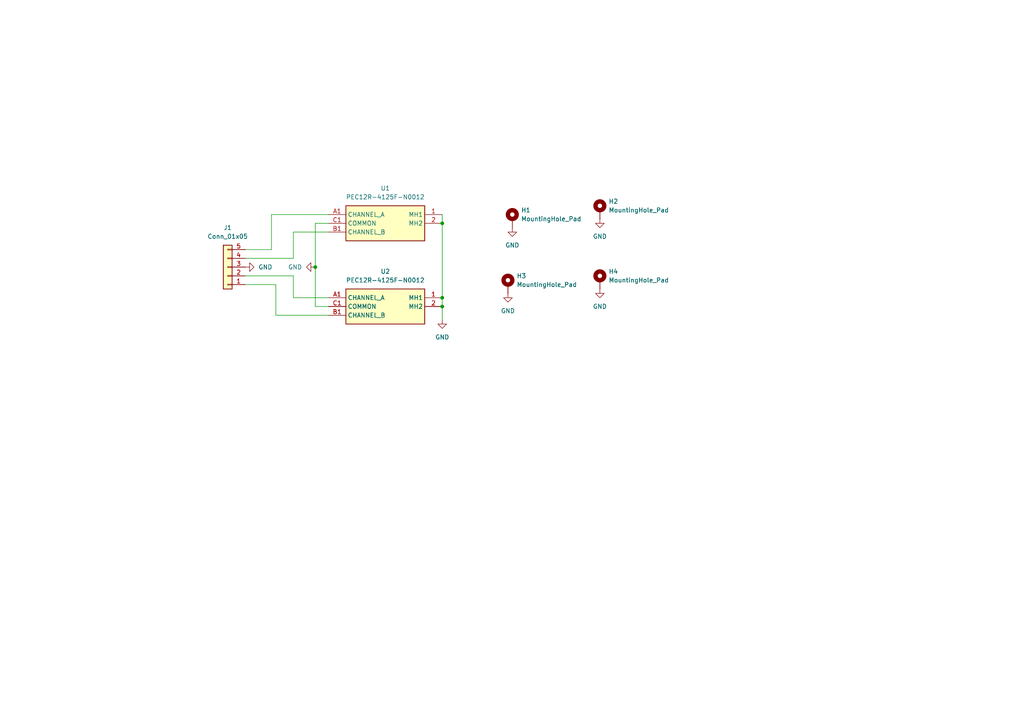
<source format=kicad_sch>
(kicad_sch (version 20250114) (generator "eeschema") (generator_version "9.0")
  (paper "A4")
  (lib_symbols
    (symbol "Connector_Generic:Conn_01x05" (pin_names (offset 1.016) (hide yes))
      (property "Reference" "J" (at 0 7.62 0))
      (property "Value" "Conn_01x05" (at 0 -7.62 0))
      (symbol "Conn_01x05_1_1"
        (rectangle (start -1.27 6.35) (end 1.27 -6.35) (stroke (width 0.254)) (fill (type background)))
        (rectangle (start -1.27 5.207) (end 0 4.953) (stroke (width 0.1524)))
        (rectangle (start -1.27 2.667) (end 0 2.413) (stroke (width 0.1524)))
        (rectangle (start -1.27 0.127) (end 0 -0.127) (stroke (width 0.1524)))
        (rectangle (start -1.27 -2.413) (end 0 -2.667) (stroke (width 0.1524)))
        (rectangle (start -1.27 -4.953) (end 0 -5.207) (stroke (width 0.1524)))
        (pin passive line (at -5.08 5.08 0) (length 3.81) (name "Pin_1") (number "1"))
        (pin passive line (at -5.08 2.54 0) (length 3.81) (name "Pin_2") (number "2"))
        (pin passive line (at -5.08 0 0) (length 3.81) (name "Pin_3") (number "3"))
        (pin passive line (at -5.08 -2.54 0) (length 3.81) (name "Pin_4") (number "4"))
        (pin passive line (at -5.08 -5.08 0) (length 3.81) (name "Pin_5") (number "5"))
      )
    )
    (symbol "Control_Panel_Symbols:PEC12R-4125F-N0012"
      (property "Reference" "U" (at 29.21 7.62 0))
      (property "Value" "PEC12R-4125F-N0012" (at 29.21 5.08 0))
      (symbol "PEC12R-4125F-N0012_1_1"
        (rectangle (start 5.08 2.54) (end 27.94 -7.62) (stroke (width 0.254)) (fill (type background)))
        (pin passive line (at 0 0 0) (length 5.08) (name "CHANNEL_A") (number "A1"))
        (pin passive line (at 0 -2.54 0) (length 5.08) (name "COMMON") (number "C1"))
        (pin passive line (at 0 -5.08 0) (length 5.08) (name "CHANNEL_B") (number "B1"))
        (pin passive line (at 33.02 0 180) (length 5.08) (name "MH1") (number "1"))
        (pin passive line (at 33.02 -2.54 180) (length 5.08) (name "MH2") (number "2"))
      )
    )
    (symbol "Mechanical:MountingHole_Pad" (pin_numbers (hide yes)) (pin_names (offset 1.016) (hide yes)) (in_bom no)
      (property "Reference" "H" (at 0 6.35 0))
      (property "Value" "MountingHole_Pad" (at 0 4.445 0))
      (symbol "MountingHole_Pad_0_1"
        (circle (center 0 1.27) (radius 1.27) (stroke (width 1.27)))
      )
      (symbol "MountingHole_Pad_1_1"
        (pin input line (at 0 -2.54 90) (length 2.54) (name "1") (number "1"))
      )
    )
    (symbol "power:GND" (power) (pin_numbers (hide yes)) (pin_names (offset 0) (hide yes))
      (property "Value" "GND" (at 0 -3.81 0))
      (symbol "GND_0_1"
        (polyline (pts (xy 0 0) (xy 0 -1.27) (xy 1.27 -1.27) (xy 0 -2.54) (xy -1.27 -1.27) (xy 0 -1.27)))
      )
      (symbol "GND_1_1"
        (pin power_in line (at 0 0 270) (length 0) (name "~") (number "1"))
      )
    )
  )
  (junction (at 91.44 77.47))
  (junction (at 128.27 86.36))
  (junction (at 128.27 88.9))
  (junction (at 128.27 64.77))
  (wire (pts (xy 71.12 80.01) (xy 85.09 80.01)))
  (wire (pts (xy 128.27 86.36) (xy 128.27 88.9)))
  (wire (pts (xy 85.09 86.36) (xy 85.09 80.01)))
  (wire (pts (xy 78.74 62.23) (xy 95.25 62.23)))
  (wire (pts (xy 85.09 67.31) (xy 95.25 67.31)))
  (wire (pts (xy 91.44 88.9) (xy 95.25 88.9)))
  (wire (pts (xy 128.27 64.77) (xy 128.27 86.36)))
  (wire (pts (xy 91.44 64.77) (xy 91.44 77.47)))
  (wire (pts (xy 91.44 77.47) (xy 91.44 88.9)))
  (wire (pts (xy 95.25 91.44) (xy 80.01 91.44)))
  (wire (pts (xy 80.01 82.55) (xy 71.12 82.55)))
  (wire (pts (xy 85.09 86.36) (xy 95.25 86.36)))
  (wire (pts (xy 78.74 62.23) (xy 78.74 72.39)))
  (wire (pts (xy 71.12 74.93) (xy 85.09 74.93)))
  (wire (pts (xy 128.27 88.9) (xy 128.27 92.71)))
  (wire (pts (xy 91.44 64.77) (xy 95.25 64.77)))
  (wire (pts (xy 71.12 72.39) (xy 78.74 72.39)))
  (wire (pts (xy 128.27 62.23) (xy 128.27 64.77)))
  (wire (pts (xy 85.09 67.31) (xy 85.09 74.93)))
  (wire (pts (xy 80.01 91.44) (xy 80.01 82.55)))
  (symbol (lib_id "Mechanical:MountingHole_Pad") (at 148.59 63.5 0) (unit 1) (in_bom no)
    (property "Reference" "H1" (at 151.13 60.9599 0) (effects (justify left)))
    (property "Value" "MountingHole_Pad" (at 151.13 63.4999 0) (effects (justify left)))
    (property "Footprint" "MountingHole:MountingHole_3.2mm_M3_DIN965_Pad" (effects (hide yes)))
    (property "Description" "Mounting Hole with connection" (effects (hide yes)))
  )
  (symbol (lib_id "power:GND") (at 173.99 63.5 0) (unit 1)
    (property "Reference" "#PWR03" (effects (hide yes)))
    (property "Value" "GND" (at 173.99 68.58 0))
    (property "Description" "Power symbol creates a global label with name \"GND\" , ground" (effects (hide yes)))
  )
  (symbol (lib_id "power:GND") (at 91.44 77.47 270) (unit 1)
    (property "Reference" "#PWR07" (effects (hide yes)))
    (property "Value" "GND" (at 87.63 77.4699 90) (effects (justify right)))
    (property "Description" "Power symbol creates a global label with name \"GND\" , ground" (effects (hide yes)))
  )
  (symbol (lib_id "power:GND") (at 128.27 92.71 0) (unit 1)
    (property "Reference" "#PWR01" (effects (hide yes)))
    (property "Value" "GND" (at 128.27 97.79 0))
    (property "Description" "Power symbol creates a global label with name \"GND\" , ground" (effects (hide yes)))
  )
  (symbol (lib_id "Mechanical:MountingHole_Pad") (at 173.99 60.96 0) (unit 1) (in_bom no)
    (property "Reference" "H2" (at 176.53 58.4199 0) (effects (justify left)))
    (property "Value" "MountingHole_Pad" (at 176.53 60.9599 0) (effects (justify left)))
    (property "Footprint" "MountingHole:MountingHole_3.2mm_M3_DIN965_Pad" (effects (hide yes)))
    (property "Description" "Mounting Hole with connection" (effects (hide yes)))
  )
  (symbol (lib_id "Mechanical:MountingHole_Pad") (at 147.32 82.55 0) (unit 1) (in_bom no)
    (property "Reference" "H3" (at 149.86 80.0099 0) (effects (justify left)))
    (property "Value" "MountingHole_Pad" (at 149.86 82.5499 0) (effects (justify left)))
    (property "Footprint" "MountingHole:MountingHole_3.2mm_M3_DIN965_Pad" (effects (hide yes)))
    (property "Description" "Mounting Hole with connection" (effects (hide yes)))
  )
  (symbol (lib_id "power:GND") (at 173.99 83.82 0) (unit 1)
    (property "Reference" "#PWR06" (effects (hide yes)))
    (property "Value" "GND" (at 173.99 88.9 0))
    (property "Description" "Power symbol creates a global label with name \"GND\" , ground" (effects (hide yes)))
  )
  (symbol (lib_id "Control_Panel_Symbols:PEC12R-4125F-N0012") (at 95.25 62.23 0) (unit 1)
    (property "Reference" "U1" (at 111.76 54.61 0))
    (property "Value" "PEC12R-4125F-N0012" (at 111.76 57.15 0))
    (property "Footprint" "Control_Panel_Footprints:PEC12R4125FN0012" (effects (hide yes)))
    (property "Datasheet" "https://www.bourns.com/docs/Product-Datasheets/PEC12R.pdf" (effects (hide yes)))
    (property "Description" "Rotary Encoder Mechanical 12 Quadrature (Incremental) Vertical" (effects (hide yes)))
    (property "Height" "25.5" (effects (hide yes)))
    (property "Mouser Part Number" "652-PEC12R-4125F-N12" (effects (hide yes)))
    (property "Mouser Price/Stock" "https://www.mouser.co.uk/ProductDetail/Bourns/PEC12R-4125F-N0012?qs=Zq5ylnUbLm5tcdfyNpTSqw%3D%3D" (effects (hide yes)))
    (property "Manufacturer_Name" "Bourns" (effects (hide yes)))
    (property "Manufacturer_Part_Number" "PEC12R-4125F-N0012" (effects (hide yes)))
  )
  (symbol (lib_id "power:GND") (at 148.59 66.04 0) (unit 1)
    (property "Reference" "#PWR04" (effects (hide yes)))
    (property "Value" "GND" (at 148.59 71.12 0))
    (property "Description" "Power symbol creates a global label with name \"GND\" , ground" (effects (hide yes)))
  )
  (symbol (lib_id "Connector_Generic:Conn_01x05") (at 66.04 77.47 180) (unit 1)
    (property "Reference" "J1" (at 66.04 66.04 0))
    (property "Value" "Conn_01x05" (at 66.04 68.58 0))
    (property "Description" "Generic connector, single row, 01x05, script generated (kicad-library-utils/schlib/autogen/connector/)" (effects (hide yes)))
  )
  (symbol (lib_id "Mechanical:MountingHole_Pad") (at 173.99 81.28 0) (unit 1) (in_bom no)
    (property "Reference" "H4" (at 176.53 78.7399 0) (effects (justify left)))
    (property "Value" "MountingHole_Pad" (at 176.53 81.2799 0) (effects (justify left)))
    (property "Footprint" "MountingHole:MountingHole_3.2mm_M3_DIN965_Pad" (effects (hide yes)))
    (property "Description" "Mounting Hole with connection" (effects (hide yes)))
  )
  (symbol (lib_id "Control_Panel_Symbols:PEC12R-4125F-N0012") (at 95.25 86.36 0) (unit 1)
    (property "Reference" "U2" (at 111.76 78.74 0))
    (property "Value" "PEC12R-4125F-N0012" (at 111.76 81.28 0))
    (property "Footprint" "Control_Panel_Footprints:PEC12R4125FN0012" (effects (hide yes)))
    (property "Datasheet" "https://www.bourns.com/docs/Product-Datasheets/PEC12R.pdf" (effects (hide yes)))
    (property "Description" "Rotary Encoder Mechanical 12 Quadrature (Incremental) Vertical" (effects (hide yes)))
    (property "Height" "25.5" (effects (hide yes)))
    (property "Mouser Part Number" "652-PEC12R-4125F-N12" (effects (hide yes)))
    (property "Mouser Price/Stock" "https://www.mouser.co.uk/ProductDetail/Bourns/PEC12R-4125F-N0012?qs=Zq5ylnUbLm5tcdfyNpTSqw%3D%3D" (effects (hide yes)))
    (property "Manufacturer_Name" "Bourns" (effects (hide yes)))
    (property "Manufacturer_Part_Number" "PEC12R-4125F-N0012" (effects (hide yes)))
  )
  (symbol (lib_id "power:GND") (at 71.12 77.47 90) (unit 1)
    (property "Reference" "#PWR02" (effects (hide yes)))
    (property "Value" "GND" (at 74.93 77.4699 90) (effects (justify right)))
    (property "Description" "Power symbol creates a global label with name \"GND\" , ground" (effects (hide yes)))
  )
  (symbol (lib_id "power:GND") (at 147.32 85.09 0) (unit 1)
    (property "Reference" "#PWR05" (effects (hide yes)))
    (property "Value" "GND" (at 147.32 90.17 0))
    (property "Description" "Power symbol creates a global label with name \"GND\" , ground" (effects (hide yes)))
  )
)
</source>
